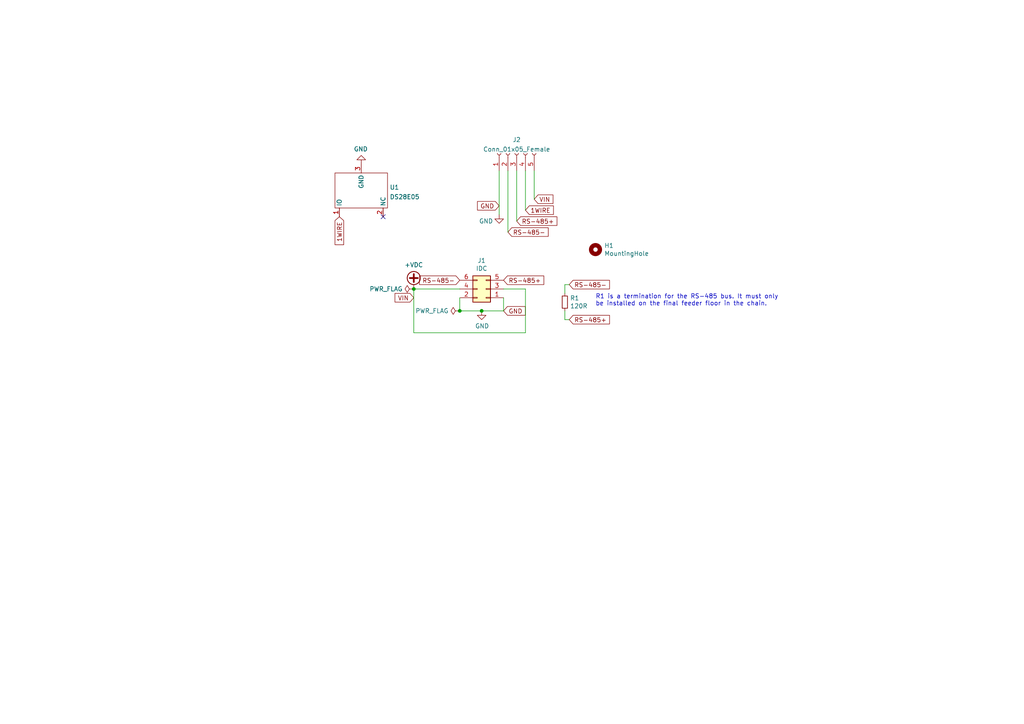
<source format=kicad_sch>
(kicad_sch (version 20211123) (generator eeschema)
  (paper "A4")
  (lib_symbols
    (symbol "Connector:Conn_01x05_Female" (pin_names (offset 1.016) hide)
      (property "Reference" "J" (at 0 7.62 0))
      (property "Value" "Conn_01x05_Female" (at 0 -7.62 0))
      (symbol "Conn_01x05_Female_1_1"
        (arc (start 0 -4.572) (mid -0.508 -5.08) (end 0 -5.588) (stroke (width 0.1524)))
        (arc (start 0 -2.032) (mid -0.508 -2.54) (end 0 -3.048) (stroke (width 0.1524)))
        (polyline (pts (xy -1.27 -5.08) (xy -0.508 -5.08)) (stroke (width 0.1524)))
        (polyline (pts (xy -1.27 -2.54) (xy -0.508 -2.54)) (stroke (width 0.1524)))
        (polyline (pts (xy -1.27 0) (xy -0.508 0)) (stroke (width 0.1524)))
        (polyline (pts (xy -1.27 2.54) (xy -0.508 2.54)) (stroke (width 0.1524)))
        (polyline (pts (xy -1.27 5.08) (xy -0.508 5.08)) (stroke (width 0.1524)))
        (arc (start 0 0.508) (mid -0.508 0) (end 0 -0.508) (stroke (width 0.1524)))
        (arc (start 0 3.048) (mid -0.508 2.54) (end 0 2.032) (stroke (width 0.1524)))
        (arc (start 0 5.588) (mid -0.508 5.08) (end 0 4.572) (stroke (width 0.1524)))
        (pin passive line (at -5.08 5.08 0) (length 3.81) (name "Pin_1") (number "1"))
        (pin passive line (at -5.08 2.54 0) (length 3.81) (name "Pin_2") (number "2"))
        (pin passive line (at -5.08 0 0) (length 3.81) (name "Pin_3") (number "3"))
        (pin passive line (at -5.08 -2.54 0) (length 3.81) (name "Pin_4") (number "4"))
        (pin passive line (at -5.08 -5.08 0) (length 3.81) (name "Pin_5") (number "5"))
      )
    )
    (symbol "Connector_Generic:Conn_02x03_Odd_Even" (pin_names (offset 1.016) hide)
      (property "Reference" "J" (at 1.27 5.08 0))
      (property "Value" "Conn_02x03_Odd_Even" (at 1.27 -5.08 0))
      (symbol "Conn_02x03_Odd_Even_1_1"
        (rectangle (start -1.27 -2.413) (end 0 -2.667) (stroke (width 0.1524)))
        (rectangle (start -1.27 0.127) (end 0 -0.127) (stroke (width 0.1524)))
        (rectangle (start -1.27 2.667) (end 0 2.413) (stroke (width 0.1524)))
        (rectangle (start -1.27 3.81) (end 3.81 -3.81) (stroke (width 0.254)) (fill (type background)))
        (rectangle (start 3.81 -2.413) (end 2.54 -2.667) (stroke (width 0.1524)))
        (rectangle (start 3.81 0.127) (end 2.54 -0.127) (stroke (width 0.1524)))
        (rectangle (start 3.81 2.667) (end 2.54 2.413) (stroke (width 0.1524)))
        (pin passive line (at -5.08 2.54 0) (length 3.81) (name "Pin_1") (number "1"))
        (pin passive line (at 7.62 2.54 180) (length 3.81) (name "Pin_2") (number "2"))
        (pin passive line (at -5.08 0 0) (length 3.81) (name "Pin_3") (number "3"))
        (pin passive line (at 7.62 0 180) (length 3.81) (name "Pin_4") (number "4"))
        (pin passive line (at -5.08 -2.54 0) (length 3.81) (name "Pin_5") (number "5"))
        (pin passive line (at 7.62 -2.54 180) (length 3.81) (name "Pin_6") (number "6"))
      )
    )
    (symbol "Device:R_Small" (pin_numbers hide) (pin_names (offset 0.254) hide)
      (property "Reference" "R" (at 0.762 0.508 0))
      (property "Value" "R_Small" (at 0.762 -1.016 0))
      (symbol "R_Small_0_1"
        (rectangle (start -0.762 1.778) (end 0.762 -1.778) (stroke (width 0.2032)))
      )
      (symbol "R_Small_1_1"
        (pin passive line (at 0 2.54 270) (length 0.762) (name "~") (number "1"))
        (pin passive line (at 0 -2.54 90) (length 0.762) (name "~") (number "2"))
      )
    )
    (symbol "Mechanical:MountingHole" (pin_names (offset 1.016))
      (property "Reference" "H" (at 0 5.08 0))
      (property "Value" "MountingHole" (at 0 3.175 0))
      (symbol "MountingHole_0_1"
        (circle (center 0 0) (radius 1.27) (stroke (width 1.27)))
      )
    )
    (symbol "feeder:DS28E05"
      (property "Reference" "U" (at -6.35 3.81 0))
      (property "Value" "DS28E05" (at 0 -1.27 0))
      (symbol "DS28E05_0_1"
        (rectangle (start -7.62 5.08) (end 7.62 -5.08))
      )
      (symbol "DS28E05_1_1"
        (pin passive line (at -6.35 -7.62 90) (length 2.54) (name "IO") (number "1"))
        (pin passive line (at 6.35 -7.62 90) (length 2.54) (name "NC") (number "2"))
        (pin passive line (at 0 7.62 270) (length 2.54) (name "GND") (number "3"))
      )
    )
    (symbol "power:+VDC" (power) (pin_names (offset 0))
      (property "Value" "+VDC" (at 0 6.35 0))
      (symbol "+VDC_0_1"
        (polyline (pts (xy -1.143 3.175) (xy 1.143 3.175)) (stroke (width 0.508)))
        (polyline (pts (xy 0 0) (xy 0 1.27)))
        (polyline (pts (xy 0 2.032) (xy 0 4.318)) (stroke (width 0.508)))
        (circle (center 0 3.175) (radius 1.905) (stroke (width 0.254)))
      )
      (symbol "+VDC_1_1"
        (pin power_in line (at 0 0 90) (length 0) hide (name "+VDC") (number "1"))
      )
    )
    (symbol "power:GND" (power) (pin_names (offset 0))
      (property "Value" "GND" (at 0 -3.81 0))
      (symbol "GND_0_1"
        (polyline (pts (xy 0 0) (xy 0 -1.27) (xy 1.27 -1.27) (xy 0 -2.54) (xy -1.27 -1.27) (xy 0 -1.27)))
      )
      (symbol "GND_1_1"
        (pin power_in line (at 0 0 270) (length 0) hide (name "GND") (number "1"))
      )
    )
    (symbol "power:PWR_FLAG" (power) (pin_numbers hide) (pin_names (offset 0) hide)
      (property "Value" "PWR_FLAG" (at 0 3.81 0))
      (symbol "PWR_FLAG_0_0"
        (pin power_out line (at 0 0 90) (length 0) (name "pwr") (number "1"))
      )
      (symbol "PWR_FLAG_0_1"
        (polyline (pts (xy 0 0) (xy 0 1.27) (xy -1.016 1.905) (xy 0 2.54) (xy 1.016 1.905) (xy 0 1.27)))
      )
    )
  )
  (junction (at 133.35 90.17))
  (junction (at 139.7 90.17))
  (junction (at 120.015 83.82))
  (no_connect (at 111.125 62.865))
  (wire (pts (xy 152.4 83.82) (xy 146.05 83.82)))
  (wire (pts (xy 144.78 49.53) (xy 144.78 62.23)))
  (wire (pts (xy 147.32 49.53) (xy 147.32 67.31)))
  (wire (pts (xy 120.015 83.82) (xy 120.015 96.52)))
  (wire (pts (xy 133.35 90.17) (xy 139.7 90.17)))
  (wire (pts (xy 163.83 92.71) (xy 165.1 92.71)))
  (wire (pts (xy 152.4 96.52) (xy 152.4 83.82)))
  (wire (pts (xy 120.015 96.52) (xy 152.4 96.52)))
  (wire (pts (xy 163.83 90.17) (xy 163.83 92.71)))
  (wire (pts (xy 152.4 49.53) (xy 152.4 60.96)))
  (wire (pts (xy 154.94 49.53) (xy 154.94 57.785)))
  (wire (pts (xy 146.05 90.17) (xy 139.7 90.17)))
  (wire (pts (xy 149.86 49.53) (xy 149.86 64.135)))
  (wire (pts (xy 146.05 86.36) (xy 146.05 90.17)))
  (wire (pts (xy 120.015 83.82) (xy 133.35 83.82)))
  (wire (pts (xy 133.35 86.36) (xy 133.35 90.17)))
  (wire (pts (xy 165.1 82.55) (xy 163.83 82.55)))
  (wire (pts (xy 163.83 82.55) (xy 163.83 85.09)))
  (text "R1 is a termination for the RS-485 bus. It must only \nbe installed on the final feeder floor in the chain." (at 172.72 88.9 0) (effects (font (size 1.27 1.27)) (justify left bottom)))
  (global_label "RS-485-" (shape input) (at 165.1 82.55 0) (property "Intersheet References" "${INTERSHEET_REFS}" (effects hide)))
  (global_label "RS-485-" (shape input) (at 133.35 81.28 180) (property "Intersheet References" "${INTERSHEET_REFS}" (effects hide)))
  (global_label "GND" (shape input) (at 144.78 59.69 180) (property "Intersheet References" "${INTERSHEET_REFS}" (effects hide)))
  (global_label "VIN" (shape input) (at 154.94 57.785 0) (property "Intersheet References" "${INTERSHEET_REFS}" (effects hide)))
  (global_label "RS-485-" (shape input) (at 147.32 67.31 0) (property "Intersheet References" "${INTERSHEET_REFS}" (effects hide)))
  (global_label "VIN" (shape input) (at 120.015 86.36 180) (property "Intersheet References" "${INTERSHEET_REFS}" (effects hide)))
  (global_label "RS-485+" (shape input) (at 146.05 81.28 0) (property "Intersheet References" "${INTERSHEET_REFS}" (effects hide)))
  (global_label "GND" (shape input) (at 146.05 90.17 0) (property "Intersheet References" "${INTERSHEET_REFS}" (effects hide)))
  (global_label "RS-485+" (shape input) (at 149.86 64.135 0) (property "Intersheet References" "${INTERSHEET_REFS}" (effects hide)))
  (global_label "RS-485+" (shape input) (at 165.1 92.71 0) (property "Intersheet References" "${INTERSHEET_REFS}" (effects hide)))
  (global_label "1WIRE" (shape input) (at 152.4 60.96 0) (property "Intersheet References" "${INTERSHEET_REFS}" (effects hide)))
  (global_label "1WIRE" (shape input) (at 98.425 62.865 270) (property "Intersheet References" "${INTERSHEET_REFS}" (effects hide)))
  (symbol (lib_id "power:GND") (at 104.775 47.625 180) (unit 1)
    (property "Reference" "#PWR0101" (effects hide))
    (property "Value" "GND" (at 104.648 43.2308 0))
  )
  (symbol (lib_id "power:GND") (at 144.78 62.23 0) (unit 1)
    (property "Reference" "#PWR0102" (effects hide))
    (property "Value" "GND" (at 140.97 64.135 0))
  )
  (symbol (lib_id "power:GND") (at 139.7 90.17 0) (unit 1)
    (property "Reference" "#PWR0103" (effects hide))
    (property "Value" "GND" (at 139.827 94.5642 0))
  )
  (symbol (lib_id "power:+VDC") (at 120.015 83.82 0) (unit 1)
    (property "Reference" "#PWR0104" (effects hide))
    (property "Value" "+VDC" (at 120.015 76.835 0))
  )
  (symbol (lib_id "Connector_Generic:Conn_02x03_Odd_Even") (at 140.97 83.82 180) (unit 1)
    (property "Reference" "J1" (at 139.7 75.565 0))
    (property "Value" "IDC" (at 139.7 77.8764 0))
    (property "Footprint" "Connector_IDC:IDC-Header_2x03_P2.54mm_Vertical" (effects hide))
    (property "Digikey" "732-5394-ND" (effects hide))
    (property "Mouser" "710-61200621621" (effects hide))
    (property "LCSC" "C601936" (effects hide))
    (property "JLCPCB" "C601936" (effects hide))
  )
  (symbol (lib_id "Mechanical:MountingHole") (at 172.72 72.39 0) (unit 1)
    (property "Reference" "H1" (at 175.26 71.2216 0) (effects (justify left)))
    (property "Value" "MountingHole" (at 175.26 73.533 0) (effects (justify left)))
    (property "Footprint" "MountingHole:MountingHole_3.2mm_M3" (effects hide))
  )
  (symbol (lib_id "Device:R_Small") (at 163.83 87.63 0) (unit 1)
    (property "Reference" "R1" (at 165.3286 86.4616 0) (effects (justify left)))
    (property "Value" "120R" (at 165.3286 88.773 0) (effects (justify left)))
    (property "Footprint" "Resistor_SMD:R_0805_2012Metric" (effects hide))
    (property "JLCPCB" "C17437" (effects hide))
    (property "LCSC" "C61683" (effects hide))
    (property "Digikey" "RMCF0805JT120RCT-ND" (effects hide))
    (property "Mouser" "652-CR0805FX-1200ELF" (effects hide))
  )
  (symbol (lib_id "power:PWR_FLAG") (at 120.015 83.82 90) (unit 1)
    (property "Reference" "#FLG0101" (effects hide))
    (property "Value" "PWR_FLAG" (at 116.7892 83.82 90) (effects (justify left)))
  )
  (symbol (lib_id "power:PWR_FLAG") (at 133.35 90.17 90) (unit 1)
    (property "Reference" "#FLG0102" (effects hide))
    (property "Value" "PWR_FLAG" (at 130.1242 90.17 90) (effects (justify left)))
  )
  (symbol (lib_id "Connector:Conn_01x05_Female") (at 149.86 44.45 90) (unit 1)
    (property "Reference" "J2" (at 149.86 40.5343 90))
    (property "Value" "Conn_01x05_Female" (at 149.86 43.3094 90))
    (property "Footprint" "feeder:AVX-915-005-541-Contact-Surface" (effects hide))
  )
  (symbol (lib_id "feeder:DS28E05") (at 104.775 55.245 0) (unit 1)
    (property "Reference" "U1" (at 113.03 54.3365 0) (effects (justify left)))
    (property "Value" "DS28E05" (at 113.03 57.1116 0) (effects (justify left)))
    (property "Footprint" "Package_TO_SOT_SMD:SOT-23" (effects hide))
  )
)
</source>
